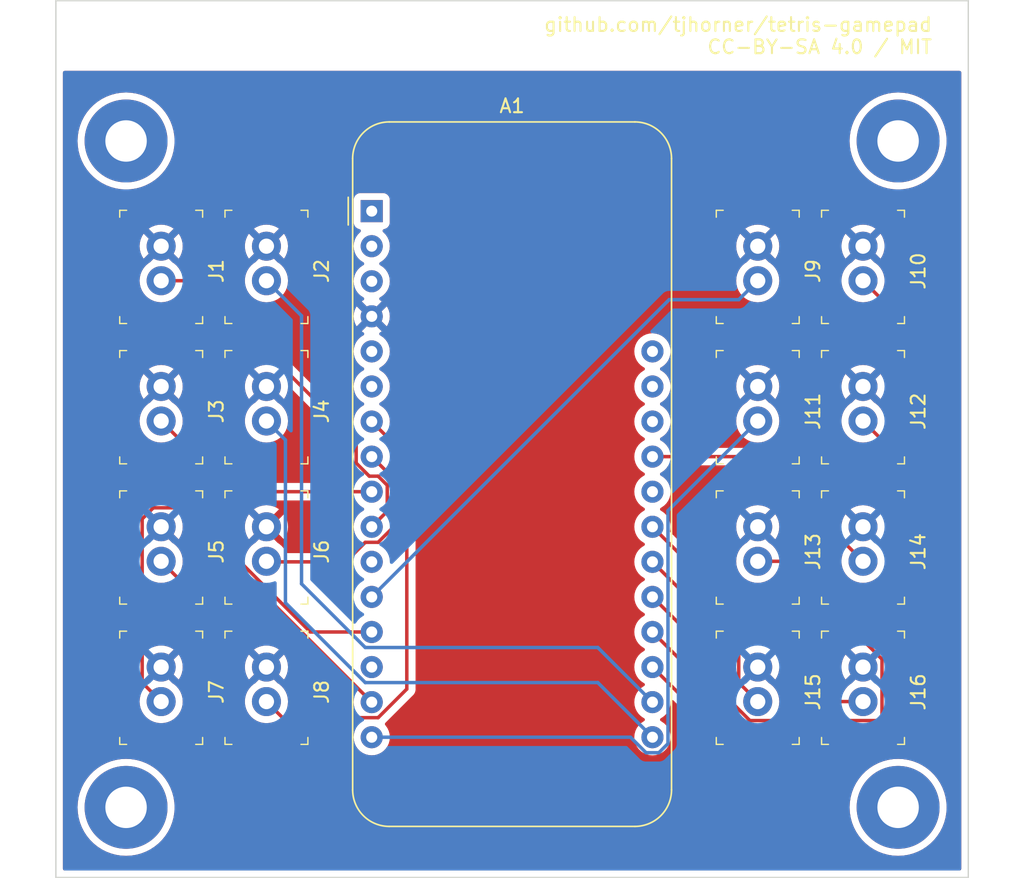
<source format=kicad_pcb>
(kicad_pcb (version 20211014) (generator pcbnew)
  (layers (0 "F.Cu" signal) (31 "B.Cu" signal) (34 "B.Paste" user) (35 "F.Paste" user) (36 "B.SilkS" user "B.Silkscreen") (37 "F.SilkS" user "F.Silkscreen") (38 "B.Mask" user) (39 "F.Mask" user) (44 "Edge.Cuts" user))
  (net 0 "")
  (net 4 "GND")
  (net 7 "Net-(A1-Pad7)")
  (net 8 "Net-(A1-Pad8)")
  (net 9 "Net-(A1-Pad9)")
  (net 10 "Net-(A1-Pad10)")
  (net 12 "Net-(A1-Pad12)")
  (net 13 "Net-(A1-Pad13)")
  (net 15 "Net-(A1-Pad15)")
  (net 16 "Net-(A1-Pad16)")
  (net 17 "Net-(A1-Pad17)")
  (net 18 "Net-(A1-Pad18)")
  (net 19 "Net-(A1-Pad19)")
  (net 20 "Net-(A1-Pad20)")
  (net 21 "Net-(A1-Pad21)")
  (net 22 "Net-(A1-Pad22)")
  (net 23 "Net-(A1-Pad23)")
  (net 25 "Net-(A1-Pad25)")
  (footprint "digikey-footprints:PinHeader_1x2_P2.5mm_Drill1.1mm" (layer "F.Cu") (at 109.22 71.12 -90)
    (fp_text reference "J13" (at 1.8 -4 90) (layer "F.SilkS"))
    (fp_text value "B2B-XH-A")
    (fp_line (start -2.6 3) (end -2.6 2.5) (layer "F.SilkS") (width 0.1))
    (fp_line (start 5.6 -3) (end 5.6 -2.5) (layer "F.SilkS") (width 0.1))
    (fp_line (start 5.6 -3) (end 5.1 -3) (layer "F.SilkS") (width 0.1))
    (fp_line (start 5.6 3) (end 5.1 3) (layer "F.SilkS") (width 0.1))
    (fp_line (start -2.6 3) (end -2.1 3) (layer "F.SilkS") (width 0.1))
    (fp_line (start 5.6 3) (end 5.6 2.5) (layer "F.SilkS") (width 0.1))
    (fp_line (start -2.6 -3) (end -2.6 -2.5) (layer "F.SilkS") (width 0.1))
    (fp_line (start -2.6 -3) (end -2.1 -3) (layer "F.SilkS") (width 0.1))
    (pad "1" thru_hole circle locked (at 0 0 270) (size 2.1 2.1) (drill 1.1) (layers *.Cu *.Mask) (net 4 "GND"))
    (pad "2" thru_hole circle locked (at 2.5 0 270) (size 2.1 2.1) (drill 1.1) (layers *.Cu *.Mask) (net 21 "Net-(A1-Pad21)"))
  )
  (footprint "Module:Adafruit_Feather" (layer "F.Cu") (at 81.28 48.26)
    (fp_text reference "A1" (at 10.16 -7.62) (layer "F.SilkS"))
    (fp_text value "Feather HUZZAH ESP32")
    (fp_line (start 21.7 -3.81) (end 21.7 41.91) (layer "F.SilkS") (width 0.12))
    (fp_line (start 19.05 -6.46) (end 1.27 -6.46) (layer "F.SilkS") (width 0.12))
    (fp_line (start -1.38 -3.81) (end -1.38 41.91) (layer "F.SilkS") (width 0.12))
    (fp_line (start -1.7 1) (end -1.7 -1) (layer "F.SilkS") (width 0.12))
    (fp_line (start 19.05 44.56) (end 1.27 44.56) (layer "F.SilkS") (width 0.12))
    (fp_arc (start 21.7 41.91) (mid 20.923833 43.783833) (end 19.05 44.56) (layer "F.SilkS") (width 0.12))
    (fp_arc (start 19.05 -6.46) (mid 20.923833 -5.683833) (end 21.7 -3.81) (layer "F.SilkS") (width 0.12))
    (fp_arc (start -1.38 -3.81) (mid -0.603833 -5.683833) (end 1.27 -6.46) (layer "F.SilkS") (width 0.12))
    (fp_arc (start 1.27 44.56) (mid -0.603833 43.783833) (end -1.38 41.91) (layer "F.SilkS") (width 0.12))
    (pad "1" thru_hole rect (at 0 0 180) (size 1.6 1.6) (drill 0.8) (layers *.Cu *.Mask))
    (pad "2" thru_hole circle (at 0 2.54 180) (size 1.6 1.6) (drill 0.8) (layers *.Cu *.Mask))
    (pad "3" thru_hole circle (at 0 5.08 180) (size 1.6 1.6) (drill 0.8) (layers *.Cu *.Mask))
    (pad "4" thru_hole circle (at 0 7.62 180) (size 1.6 1.6) (drill 0.8) (layers *.Cu *.Mask) (net 4 "GND"))
    (pad "5" thru_hole circle (at 0 10.16 180) (size 1.6 1.6) (drill 0.8) (layers *.Cu *.Mask))
    (pad "6" thru_hole circle (at 0 12.7 180) (size 1.6 1.6) (drill 0.8) (layers *.Cu *.Mask))
    (pad "7" thru_hole circle (at 0 15.24 180) (size 1.6 1.6) (drill 0.8) (layers *.Cu *.Mask) (net 7 "Net-(A1-Pad7)"))
    (pad "8" thru_hole circle (at 0 17.78 180) (size 1.6 1.6) (drill 0.8) (layers *.Cu *.Mask) (net 8 "Net-(A1-Pad8)"))
    (pad "9" thru_hole circle (at 0 20.32 180) (size 1.6 1.6) (drill 0.8) (layers *.Cu *.Mask) (net 9 "Net-(A1-Pad9)"))
    (pad "10" thru_hole circle (at 0 22.86 180) (size 1.6 1.6) (drill 0.8) (layers *.Cu *.Mask) (net 10 "Net-(A1-Pad10)"))
    (pad "11" thru_hole circle (at 0 25.4 180) (size 1.6 1.6) (drill 0.8) (layers *.Cu *.Mask))
    (pad "12" thru_hole circle (at 0 27.94 180) (size 1.6 1.6) (drill 0.8) (layers *.Cu *.Mask) (net 12 "Net-(A1-Pad12)"))
    (pad "13" thru_hole circle (at 0 30.48 180) (size 1.6 1.6) (drill 0.8) (layers *.Cu *.Mask) (net 13 "Net-(A1-Pad13)"))
    (pad "14" thru_hole circle (at 0 33.02 180) (size 1.6 1.6) (drill 0.8) (layers *.Cu *.Mask))
    (pad "15" thru_hole circle (at 0 35.56 180) (size 1.6 1.6) (drill 0.8) (layers *.Cu *.Mask) (net 15 "Net-(A1-Pad15)"))
    (pad "16" thru_hole circle (at 0 38.1 180) (size 1.6 1.6) (drill 0.8) (layers *.Cu *.Mask) (net 16 "Net-(A1-Pad16)"))
    (pad "17" thru_hole circle (at 20.32 38.1 180) (size 1.6 1.6) (drill 0.8) (layers *.Cu *.Mask) (net 17 "Net-(A1-Pad17)"))
    (pad "18" thru_hole circle (at 20.32 35.56 180) (size 1.6 1.6) (drill 0.8) (layers *.Cu *.Mask) (net 18 "Net-(A1-Pad18)"))
    (pad "19" thru_hole circle (at 20.32 33.02 180) (size 1.6 1.6) (drill 0.8) (layers *.Cu *.Mask) (net 19 "Net-(A1-Pad19)"))
    (pad "20" thru_hole circle (at 20.32 30.48 180) (size 1.6 1.6) (drill 0.8) (layers *.Cu *.Mask) (net 20 "Net-(A1-Pad20)"))
    (pad "21" thru_hole circle (at 20.32 27.94 180) (size 1.6 1.6) (drill 0.8) (layers *.Cu *.Mask) (net 21 "Net-(A1-Pad21)"))
    (pad "22" thru_hole circle (at 20.32 25.4 180) (size 1.6 1.6) (drill 0.8) (layers *.Cu *.Mask) (net 22 "Net-(A1-Pad22)"))
    (pad "23" thru_hole circle (at 20.32 22.86 180) (size 1.6 1.6) (drill 0.8) (layers *.Cu *.Mask) (net 23 "Net-(A1-Pad23)"))
    (pad "24" thru_hole circle (at 20.32 20.32 180) (size 1.6 1.6) (drill 0.8) (layers *.Cu *.Mask))
    (pad "25" thru_hole circle (at 20.32 17.78 180) (size 1.6 1.6) (drill 0.8) (layers *.Cu *.Mask) (net 25 "Net-(A1-Pad25)"))
    (pad "26" thru_hole circle (at 20.32 15.24 180) (size 1.6 1.6) (drill 0.8) (layers *.Cu *.Mask))
    (pad "27" thru_hole circle (at 20.32 12.7 180) (size 1.6 1.6) (drill 0.8) (layers *.Cu *.Mask))
    (pad "28" thru_hole circle (at 20.32 10.16 180) (size 1.6 1.6) (drill 0.8) (layers *.Cu *.Mask))
  )
  (footprint "digikey-footprints:PinHeader_1x2_P2.5mm_Drill1.1mm" (layer "F.Cu") (at 73.66 60.96 -90)
    (fp_text reference "J4" (at 1.8 -4 90) (layer "F.SilkS"))
    (fp_text value "B2B-XH-A")
    (fp_line (start 5.6 -3) (end 5.6 -2.5) (layer "F.SilkS") (width 0.1))
    (fp_line (start -2.6 3) (end -2.1 3) (layer "F.SilkS") (width 0.1))
    (fp_line (start -2.6 3) (end -2.6 2.5) (layer "F.SilkS") (width 0.1))
    (fp_line (start -2.6 -3) (end -2.1 -3) (layer "F.SilkS") (width 0.1))
    (fp_line (start 5.6 3) (end 5.6 2.5) (layer "F.SilkS") (width 0.1))
    (fp_line (start -2.6 -3) (end -2.6 -2.5) (layer "F.SilkS") (width 0.1))
    (fp_line (start 5.6 -3) (end 5.1 -3) (layer "F.SilkS") (width 0.1))
    (fp_line (start 5.6 3) (end 5.1 3) (layer "F.SilkS") (width 0.1))
    (pad "1" thru_hole circle locked (at 0 0 270) (size 2.1 2.1) (drill 1.1) (layers *.Cu *.Mask) (net 4 "GND"))
    (pad "2" thru_hole circle locked (at 2.5 0 270) (size 2.1 2.1) (drill 1.1) (layers *.Cu *.Mask) (net 17 "Net-(A1-Pad17)"))
  )
  (footprint "MountingHole:MountingHole_3mm_Pad" (layer "F.Cu") (at 63.5 91.44)
    (fp_text reference "REF**" hide)
    (fp_text value "MountingHole_3mm_Pad")
    (pad "1" thru_hole circle (at 0 0) (size 6 6) (drill 3) (layers *.Cu *.Mask))
  )
  (footprint "digikey-footprints:PinHeader_1x2_P2.5mm_Drill1.1mm" (layer "F.Cu") (at 116.84 60.96 -90)
    (fp_text reference "J12" (at 1.8 -4 90) (layer "F.SilkS"))
    (fp_text value "B2B-XH-A")
    (fp_line (start -2.6 3) (end -2.6 2.5) (layer "F.SilkS") (width 0.1))
    (fp_line (start 5.6 3) (end 5.6 2.5) (layer "F.SilkS") (width 0.1))
    (fp_line (start 5.6 -3) (end 5.6 -2.5) (layer "F.SilkS") (width 0.1))
    (fp_line (start -2.6 3) (end -2.1 3) (layer "F.SilkS") (width 0.1))
    (fp_line (start 5.6 3) (end 5.1 3) (layer "F.SilkS") (width 0.1))
    (fp_line (start -2.6 -3) (end -2.1 -3) (layer "F.SilkS") (width 0.1))
    (fp_line (start -2.6 -3) (end -2.6 -2.5) (layer "F.SilkS") (width 0.1))
    (fp_line (start 5.6 -3) (end 5.1 -3) (layer "F.SilkS") (width 0.1))
    (pad "1" thru_hole circle locked (at 0 0 270) (size 2.1 2.1) (drill 1.1) (layers *.Cu *.Mask) (net 4 "GND"))
    (pad "2" thru_hole circle locked (at 2.5 0 270) (size 2.1 2.1) (drill 1.1) (layers *.Cu *.Mask) (net 20 "Net-(A1-Pad20)"))
  )
  (footprint "MountingHole:MountingHole_3mm_Pad" (layer "F.Cu") (at 63.5 43.18)
    (fp_text reference "REF**" hide)
    (fp_text value "MountingHole_3mm_Pad")
    (pad "1" thru_hole circle (at 0 0) (size 6 6) (drill 3) (layers *.Cu *.Mask))
  )
  (footprint "digikey-footprints:PinHeader_1x2_P2.5mm_Drill1.1mm" (layer "F.Cu") (at 109.22 60.96 -90)
    (fp_text reference "J11" (at 1.8 -4 90) (layer "F.SilkS"))
    (fp_text value "B2B-XH-A")
    (fp_line (start -2.6 3) (end -2.6 2.5) (layer "F.SilkS") (width 0.1))
    (fp_line (start -2.6 3) (end -2.1 3) (layer "F.SilkS") (width 0.1))
    (fp_line (start 5.6 3) (end 5.1 3) (layer "F.SilkS") (width 0.1))
    (fp_line (start -2.6 -3) (end -2.1 -3) (layer "F.SilkS") (width 0.1))
    (fp_line (start 5.6 3) (end 5.6 2.5) (layer "F.SilkS") (width 0.1))
    (fp_line (start -2.6 -3) (end -2.6 -2.5) (layer "F.SilkS") (width 0.1))
    (fp_line (start 5.6 -3) (end 5.6 -2.5) (layer "F.SilkS") (width 0.1))
    (fp_line (start 5.6 -3) (end 5.1 -3) (layer "F.SilkS") (width 0.1))
    (pad "1" thru_hole circle locked (at 0 0 270) (size 2.1 2.1) (drill 1.1) (layers *.Cu *.Mask) (net 4 "GND"))
    (pad "2" thru_hole circle locked (at 2.5 0 270) (size 2.1 2.1) (drill 1.1) (layers *.Cu *.Mask) (net 16 "Net-(A1-Pad16)"))
  )
  (footprint "digikey-footprints:PinHeader_1x2_P2.5mm_Drill1.1mm" (layer "F.Cu") (at 116.84 71.12 -90)
    (fp_text reference "J14" (at 1.8 -4 90) (layer "F.SilkS"))
    (fp_text value "B2B-XH-A")
    (fp_line (start -2.6 -3) (end -2.1 -3) (layer "F.SilkS") (width 0.1))
    (fp_line (start 5.6 -3) (end 5.6 -2.5) (layer "F.SilkS") (width 0.1))
    (fp_line (start 5.6 -3) (end 5.1 -3) (layer "F.SilkS") (width 0.1))
    (fp_line (start -2.6 3) (end -2.6 2.5) (layer "F.SilkS") (width 0.1))
    (fp_line (start -2.6 -3) (end -2.6 -2.5) (layer "F.SilkS") (width 0.1))
    (fp_line (start -2.6 3) (end -2.1 3) (layer "F.SilkS") (width 0.1))
    (fp_line (start 5.6 3) (end 5.1 3) (layer "F.SilkS") (width 0.1))
    (fp_line (start 5.6 3) (end 5.6 2.5) (layer "F.SilkS") (width 0.1))
    (pad "1" thru_hole circle locked (at 0 0 270) (size 2.1 2.1) (drill 1.1) (layers *.Cu *.Mask) (net 4 "GND"))
    (pad "2" thru_hole circle locked (at 2.5 0 270) (size 2.1 2.1) (drill 1.1) (layers *.Cu *.Mask) (net 25 "Net-(A1-Pad25)"))
  )
  (footprint "MountingHole:MountingHole_3mm_Pad" (layer "F.Cu") (at 119.38 43.18)
    (fp_text reference "REF**" hide)
    (fp_text value "MountingHole_3mm_Pad")
    (pad "1" thru_hole circle (at 0 0) (size 6 6) (drill 3) (layers *.Cu *.Mask))
  )
  (footprint "digikey-footprints:PinHeader_1x2_P2.5mm_Drill1.1mm" (layer "F.Cu") (at 66.04 81.28 -90)
    (fp_text reference "J7" (at 1.8 -4 90) (layer "F.SilkS"))
    (fp_text value "B2B-XH-A")
    (fp_line (start 5.6 -3) (end 5.6 -2.5) (layer "F.SilkS") (width 0.1))
    (fp_line (start -2.6 -3) (end -2.1 -3) (layer "F.SilkS") (width 0.1))
    (fp_line (start -2.6 -3) (end -2.6 -2.5) (layer "F.SilkS") (width 0.1))
    (fp_line (start -2.6 3) (end -2.6 2.5) (layer "F.SilkS") (width 0.1))
    (fp_line (start 5.6 3) (end 5.1 3) (layer "F.SilkS") (width 0.1))
    (fp_line (start 5.6 -3) (end 5.1 -3) (layer "F.SilkS") (width 0.1))
    (fp_line (start 5.6 3) (end 5.6 2.5) (layer "F.SilkS") (width 0.1))
    (fp_line (start -2.6 3) (end -2.1 3) (layer "F.SilkS") (width 0.1))
    (pad "1" thru_hole circle locked (at 0 0 270) (size 2.1 2.1) (drill 1.1) (layers *.Cu *.Mask) (net 4 "GND"))
    (pad "2" thru_hole circle locked (at 2.5 0 270) (size 2.1 2.1) (drill 1.1) (layers *.Cu *.Mask) (net 13 "Net-(A1-Pad13)"))
  )
  (footprint "digikey-footprints:PinHeader_1x2_P2.5mm_Drill1.1mm" (layer "F.Cu") (at 66.04 71.12 -90)
    (fp_text reference "J5" (at 1.8 -4 90) (layer "F.SilkS"))
    (fp_text value "B2B-XH-A")
    (fp_line (start -2.6 -3) (end -2.6 -2.5) (layer "F.SilkS") (width 0.1))
    (fp_line (start -2.6 3) (end -2.6 2.5) (layer "F.SilkS") (width 0.1))
    (fp_line (start 5.6 -3) (end 5.1 -3) (layer "F.SilkS") (width 0.1))
    (fp_line (start 5.6 -3) (end 5.6 -2.5) (layer "F.SilkS") (width 0.1))
    (fp_line (start 5.6 3) (end 5.1 3) (layer "F.SilkS") (width 0.1))
    (fp_line (start -2.6 3) (end -2.1 3) (layer "F.SilkS") (width 0.1))
    (fp_line (start -2.6 -3) (end -2.1 -3) (layer "F.SilkS") (width 0.1))
    (fp_line (start 5.6 3) (end 5.6 2.5) (layer "F.SilkS") (width 0.1))
    (pad "1" thru_hole circle locked (at 0 0 270) (size 2.1 2.1) (drill 1.1) (layers *.Cu *.Mask) (net 4 "GND"))
    (pad "2" thru_hole circle locked (at 2.5 0 270) (size 2.1 2.1) (drill 1.1) (layers *.Cu *.Mask) (net 15 "Net-(A1-Pad15)"))
  )
  (footprint "digikey-footprints:PinHeader_1x2_P2.5mm_Drill1.1mm" (layer "F.Cu") (at 116.84 50.8 -90)
    (fp_text reference "J10" (at 1.8 -4 90) (layer "F.SilkS"))
    (fp_text value "B2B-XH-A")
    (fp_line (start 5.6 3) (end 5.1 3) (layer "F.SilkS") (width 0.1))
    (fp_line (start -2.6 3) (end -2.6 2.5) (layer "F.SilkS") (width 0.1))
    (fp_line (start -2.6 -3) (end -2.6 -2.5) (layer "F.SilkS") (width 0.1))
    (fp_line (start -2.6 3) (end -2.1 3) (layer "F.SilkS") (width 0.1))
    (fp_line (start -2.6 -3) (end -2.1 -3) (layer "F.SilkS") (width 0.1))
    (fp_line (start 5.6 -3) (end 5.6 -2.5) (layer "F.SilkS") (width 0.1))
    (fp_line (start 5.6 3) (end 5.6 2.5) (layer "F.SilkS") (width 0.1))
    (fp_line (start 5.6 -3) (end 5.1 -3) (layer "F.SilkS") (width 0.1))
    (pad "1" thru_hole circle locked (at 0 0 270) (size 2.1 2.1) (drill 1.1) (layers *.Cu *.Mask) (net 4 "GND"))
    (pad "2" thru_hole circle locked (at 2.5 0 270) (size 2.1 2.1) (drill 1.1) (layers *.Cu *.Mask) (net 19 "Net-(A1-Pad19)"))
  )
  (footprint "digikey-footprints:PinHeader_1x2_P2.5mm_Drill1.1mm" (layer "F.Cu") (at 73.66 50.8 -90)
    (fp_text reference "J2" (at 1.8 -4 90) (layer "F.SilkS"))
    (fp_text value "B2B-XH-A")
    (fp_line (start -2.6 -3) (end -2.1 -3) (layer "F.SilkS") (width 0.1))
    (fp_line (start -2.6 3) (end -2.6 2.5) (layer "F.SilkS") (width 0.1))
    (fp_line (start 5.6 3) (end 5.6 2.5) (layer "F.SilkS") (width 0.1))
    (fp_line (start 5.6 -3) (end 5.1 -3) (layer "F.SilkS") (width 0.1))
    (fp_line (start -2.6 -3) (end -2.6 -2.5) (layer "F.SilkS") (width 0.1))
    (fp_line (start 5.6 3) (end 5.1 3) (layer "F.SilkS") (width 0.1))
    (fp_line (start -2.6 3) (end -2.1 3) (layer "F.SilkS") (width 0.1))
    (fp_line (start 5.6 -3) (end 5.6 -2.5) (layer "F.SilkS") (width 0.1))
    (pad "1" thru_hole circle locked (at 0 0 270) (size 2.1 2.1) (drill 1.1) (layers *.Cu *.Mask) (net 4 "GND"))
    (pad "2" thru_hole circle locked (at 2.5 0 270) (size 2.1 2.1) (drill 1.1) (layers *.Cu *.Mask) (net 18 "Net-(A1-Pad18)"))
  )
  (footprint "digikey-footprints:PinHeader_1x2_P2.5mm_Drill1.1mm" (layer "F.Cu") (at 66.04 60.96 -90)
    (fp_text reference "J3" (at 1.8 -4 90) (layer "F.SilkS"))
    (fp_text value "B2B-XH-A")
    (fp_line (start 5.6 -3) (end 5.1 -3) (layer "F.SilkS") (width 0.1))
    (fp_line (start -2.6 -3) (end -2.1 -3) (layer "F.SilkS") (width 0.1))
    (fp_line (start 5.6 -3) (end 5.6 -2.5) (layer "F.SilkS") (width 0.1))
    (fp_line (start -2.6 3) (end -2.1 3) (layer "F.SilkS") (width 0.1))
    (fp_line (start -2.6 -3) (end -2.6 -2.5) (layer "F.SilkS") (width 0.1))
    (fp_line (start 5.6 3) (end 5.1 3) (layer "F.SilkS") (width 0.1))
    (fp_line (start -2.6 3) (end -2.6 2.5) (layer "F.SilkS") (width 0.1))
    (fp_line (start 5.6 3) (end 5.6 2.5) (layer "F.SilkS") (width 0.1))
    (pad "1" thru_hole circle locked (at 0 0 270) (size 2.1 2.1) (drill 1.1) (layers *.Cu *.Mask) (net 4 "GND"))
    (pad "2" thru_hole circle locked (at 2.5 0 270) (size 2.1 2.1) (drill 1.1) (layers *.Cu *.Mask) (net 9 "Net-(A1-Pad9)"))
  )
  (footprint "digikey-footprints:PinHeader_1x2_P2.5mm_Drill1.1mm" (layer "F.Cu") (at 116.84 81.28 -90)
    (fp_text reference "J16" (at 1.8 -4 90) (layer "F.SilkS"))
    (fp_text value "B2B-XH-A")
    (fp_line (start 5.6 -3) (end 5.6 -2.5) (layer "F.SilkS") (width 0.1))
    (fp_line (start -2.6 3) (end -2.6 2.5) (layer "F.SilkS") (width 0.1))
    (fp_line (start -2.6 -3) (end -2.6 -2.5) (layer "F.SilkS") (width 0.1))
    (fp_line (start -2.6 -3) (end -2.1 -3) (layer "F.SilkS") (width 0.1))
    (fp_line (start 5.6 -3) (end 5.1 -3) (layer "F.SilkS") (width 0.1))
    (fp_line (start 5.6 3) (end 5.1 3) (layer "F.SilkS") (width 0.1))
    (fp_line (start 5.6 3) (end 5.6 2.5) (layer "F.SilkS") (width 0.1))
    (fp_line (start -2.6 3) (end -2.1 3) (layer "F.SilkS") (width 0.1))
    (pad "1" thru_hole circle locked (at 0 0 270) (size 2.1 2.1) (drill 1.1) (layers *.Cu *.Mask) (net 4 "GND"))
    (pad "2" thru_hole circle locked (at 2.5 0 270) (size 2.1 2.1) (drill 1.1) (layers *.Cu *.Mask) (net 23 "Net-(A1-Pad23)"))
  )
  (footprint "digikey-footprints:PinHeader_1x2_P2.5mm_Drill1.1mm" (layer "F.Cu") (at 66.04 50.8 -90)
    (fp_text reference "J1" (at 1.8 -4 90) (layer "F.SilkS"))
    (fp_text value "B2B-XH-A")
    (fp_line (start -2.6 3) (end -2.1 3) (layer "F.SilkS") (width 0.1))
    (fp_line (start -2.6 -3) (end -2.6 -2.5) (layer "F.SilkS") (width 0.1))
    (fp_line (start 5.6 -3) (end 5.1 -3) (layer "F.SilkS") (width 0.1))
    (fp_line (start 5.6 3) (end 5.6 2.5) (layer "F.SilkS") (width 0.1))
    (fp_line (start -2.6 -3) (end -2.1 -3) (layer "F.SilkS") (width 0.1))
    (fp_line (start -2.6 3) (end -2.6 2.5) (layer "F.SilkS") (width 0.1))
    (fp_line (start 5.6 3) (end 5.1 3) (layer "F.SilkS") (width 0.1))
    (fp_line (start 5.6 -3) (end 5.6 -2.5) (layer "F.SilkS") (width 0.1))
    (pad "1" thru_hole circle locked (at 0 0 270) (size 2.1 2.1) (drill 1.1) (layers *.Cu *.Mask) (net 4 "GND"))
    (pad "2" thru_hole circle locked (at 2.5 0 270) (size 2.1 2.1) (drill 1.1) (layers *.Cu *.Mask) (net 10 "Net-(A1-Pad10)"))
  )
  (footprint "digikey-footprints:PinHeader_1x2_P2.5mm_Drill1.1mm" (layer "F.Cu") (at 109.22 81.28 -90)
    (fp_text reference "J15" (at 1.8 -4 90) (layer "F.SilkS"))
    (fp_text value "B2B-XH-A")
    (fp_line (start -2.6 3) (end -2.1 3) (layer "F.SilkS") (width 0.1))
    (fp_line (start -2.6 3) (end -2.6 2.5) (layer "F.SilkS") (width 0.1))
    (fp_line (start -2.6 -3) (end -2.6 -2.5) (layer "F.SilkS") (width 0.1))
    (fp_line (start 5.6 -3) (end 5.6 -2.5) (layer "F.SilkS") (width 0.1))
    (fp_line (start -2.6 -3) (end -2.1 -3) (layer "F.SilkS") (width 0.1))
    (fp_line (start 5.6 3) (end 5.1 3) (layer "F.SilkS") (width 0.1))
    (fp_line (start 5.6 -3) (end 5.1 -3) (layer "F.SilkS") (width 0.1))
    (fp_line (start 5.6 3) (end 5.6 2.5) (layer "F.SilkS") (width 0.1))
    (pad "1" thru_hole circle locked (at 0 0 270) (size 2.1 2.1) (drill 1.1) (layers *.Cu *.Mask) (net 4 "GND"))
    (pad "2" thru_hole circle locked (at 2.5 0 270) (size 2.1 2.1) (drill 1.1) (layers *.Cu *.Mask) (net 22 "Net-(A1-Pad22)"))
  )
  (footprint "digikey-footprints:PinHeader_1x2_P2.5mm_Drill1.1mm" (layer "F.Cu") (at 109.22 50.8 -90)
    (fp_text reference "J9" (at 1.8 -4 90) (layer "F.SilkS"))
    (fp_text value "B2B-XH-A")
    (fp_line (start -2.6 3) (end -2.1 3) (layer "F.SilkS") (width 0.1))
    (fp_line (start -2.6 3) (end -2.6 2.5) (layer "F.SilkS") (width 0.1))
    (fp_line (start 5.6 -3) (end 5.1 -3) (layer "F.SilkS") (width 0.1))
    (fp_line (start 5.6 -3) (end 5.6 -2.5) (layer "F.SilkS") (width 0.1))
    (fp_line (start -2.6 -3) (end -2.6 -2.5) (layer "F.SilkS") (width 0.1))
    (fp_line (start 5.6 3) (end 5.6 2.5) (layer "F.SilkS") (width 0.1))
    (fp_line (start 5.6 3) (end 5.1 3) (layer "F.SilkS") (width 0.1))
    (fp_line (start -2.6 -3) (end -2.1 -3) (layer "F.SilkS") (width 0.1))
    (pad "1" thru_hole circle locked (at 0 0 270) (size 2.1 2.1) (drill 1.1) (layers *.Cu *.Mask) (net 4 "GND"))
    (pad "2" thru_hole circle locked (at 2.5 0 270) (size 2.1 2.1) (drill 1.1) (layers *.Cu *.Mask) (net 12 "Net-(A1-Pad12)"))
  )
  (footprint "digikey-footprints:PinHeader_1x2_P2.5mm_Drill1.1mm" (layer "F.Cu") (at 73.66 81.28 -90)
    (fp_text reference "J8" (at 1.8 -4 90) (layer "F.SilkS"))
    (fp_text value "B2B-XH-A")
    (fp_line (start -2.6 -3) (end -2.1 -3) (layer "F.SilkS") (width 0.1))
    (fp_line (start 5.6 3) (end 5.1 3) (layer "F.SilkS") (width 0.1))
    (fp_line (start 5.6 3) (end 5.6 2.5) (layer "F.SilkS") (width 0.1))
    (fp_line (start -2.6 3) (end -2.1 3) (layer "F.SilkS") (width 0.1))
    (fp_line (start -2.6 3) (end -2.6 2.5) (layer "F.SilkS") (width 0.1))
    (fp_line (start 5.6 -3) (end 5.1 -3) (layer "F.SilkS") (width 0.1))
    (fp_line (start -2.6 -3) (end -2.6 -2.5) (layer "F.SilkS") (width 0.1))
    (fp_line (start 5.6 -3) (end 5.6 -2.5) (layer "F.SilkS") (width 0.1))
    (pad "1" thru_hole circle locked (at 0 0 270) (size 2.1 2.1) (drill 1.1) (layers *.Cu *.Mask) (net 4 "GND"))
    (pad "2" thru_hole circle locked (at 2.5 0 270) (size 2.1 2.1) (drill 1.1) (layers *.Cu *.Mask) (net 7 "Net-(A1-Pad7)"))
  )
  (footprint "MountingHole:MountingHole_3mm_Pad" (layer "F.Cu") (at 119.38 91.44)
    (fp_text reference "REF**" hide)
    (fp_text value "MountingHole_3mm_Pad")
    (pad "1" thru_hole circle (at 0 0) (size 6 6) (drill 3) (layers *.Cu *.Mask))
  )
  (footprint "digikey-footprints:PinHeader_1x2_P2.5mm_Drill1.1mm" (layer "F.Cu") (at 73.66 71.12 -90)
    (fp_text reference "J6" (at 1.8 -4 90) (layer "F.SilkS"))
    (fp_text value "B2B-XH-A")
    (fp_line (start 5.6 -3) (end 5.6 -2.5) (layer "F.SilkS") (width 0.1))
    (fp_line (start 5.6 3) (end 5.1 3) (layer "F.SilkS") (width 0.1))
    (fp_line (start -2.6 -3) (end -2.1 -3) (layer "F.SilkS") (width 0.1))
    (fp_line (start -2.6 -3) (end -2.6 -2.5) (layer "F.SilkS") (width 0.1))
    (fp_line (start -2.6 3) (end -2.6 2.5) (layer "F.SilkS") (width 0.1))
    (fp_line (start 5.6 3) (end 5.6 2.5) (layer "F.SilkS") (width 0.1))
    (fp_line (start -2.6 3) (end -2.1 3) (layer "F.SilkS") (width 0.1))
    (fp_line (start 5.6 -3) (end 5.1 -3) (layer "F.SilkS") (width 0.1))
    (pad "1" thru_hole circle locked (at 0 0 270) (size 2.1 2.1) (drill 1.1) (layers *.Cu *.Mask) (net 4 "GND"))
    (pad "2" thru_hole circle locked (at 2.5 0 270) (size 2.1 2.1) (drill 1.1) (layers *.Cu *.Mask) (net 8 "Net-(A1-Pad8)"))
  )
  (gr_line (start 58.42 96.52) (end 124.46 96.52) (layer "Edge.Cuts") (width 0.1))
  (gr_line (start 124.46 33.02) (end 58.42 33.02) (layer "Edge.Cuts") (width 0.1))
  (gr_line (start 58.42 33.02) (end 58.42 96.52) (layer "Edge.Cuts") (width 0.1))
  (gr_line (start 124.46 96.52) (end 124.46 33.02) (layer "Edge.Cuts") (width 0.1))
  (gr_text "github.com/tjhorner/tetris-gamepad\nCC-BY-SA 4.0 / MIT" (at 121.92 35.56) (layer "F.SilkS") (effects (font (size 1 1)) (justify right)))
  (segment (start 83.82 66.04) (end 81.28 63.5) (width 0.25) (layer "F.Cu") (net 7))
  (segment (start 74.824511 84.944511) (end 81.745789 84.944511) (width 0.25) (layer "F.Cu") (net 7))
  (segment (start 81.745789 84.944511) (end 83.82 82.8703) (width 0.25) (layer "F.Cu") (net 7))
  (segment (start 83.82 82.8703) (end 83.82 66.04) (width 0.25) (layer "F.Cu") (net 7))
  (segment (start 73.66 83.78) (end 74.824511 84.944511) (width 0.25) (layer "F.Cu") (net 7))
  (segment (start 80.814211 72.244511) (end 81.745789 72.244511) (width 0.25) (layer "F.Cu") (net 8))
  (segment (start 82.854031 71.136269) (end 82.854031 67.614031) (width 0.25) (layer "F.Cu") (net 8))
  (segment (start 82.854031 67.614031) (end 81.28 66.04) (width 0.25) (layer "F.Cu") (net 8))
  (segment (start 73.66 73.62) (end 73.7 73.66) (width 0.25) (layer "F.Cu") (net 8))
  (segment (start 81.745789 72.244511) (end 82.854031 71.136269) (width 0.25) (layer "F.Cu") (net 8))
  (segment (start 79.398722 73.66) (end 80.814211 72.244511) (width 0.25) (layer "F.Cu") (net 8))
  (segment (start 73.7 73.66) (end 79.398722 73.66) (width 0.25) (layer "F.Cu") (net 8))
  (segment (start 71.16 68.58) (end 81.28 68.58) (width 0.25) (layer "F.Cu") (net 9))
  (segment (start 66.04 63.46) (end 71.16 68.58) (width 0.25) (layer "F.Cu") (net 9))
  (segment (start 82.404511 68.114211) (end 82.404511 69.995489) (width 0.25) (layer "F.Cu") (net 10))
  (segment (start 81.105189 67.455489) (end 81.745789 67.455489) (width 0.25) (layer "F.Cu") (net 10))
  (segment (start 68.54 53.3) (end 80.155489 64.915489) (width 0.25) (layer "F.Cu") (net 10))
  (segment (start 80.155489 66.505789) (end 81.105189 67.455489) (width 0.25) (layer "F.Cu") (net 10))
  (segment (start 80.155489 64.915489) (end 80.155489 66.505789) (width 0.25) (layer "F.Cu") (net 10))
  (segment (start 82.404511 69.995489) (end 81.28 71.12) (width 0.25) (layer "F.Cu") (net 10))
  (segment (start 81.745789 67.455489) (end 82.404511 68.114211) (width 0.25) (layer "F.Cu") (net 10))
  (segment (start 66.04 53.3) (end 68.54 53.3) (width 0.25) (layer "F.Cu") (net 10))
  (segment (start 107.845489 54.674511) (end 102.805489 54.674511) (width 0.25) (layer "B.Cu") (net 12))
  (segment (start 109.22 53.3) (end 107.845489 54.674511) (width 0.25) (layer "B.Cu") (net 12))
  (segment (start 102.805489 54.674511) (end 81.28 76.2) (width 0.25) (layer "B.Cu") (net 12))
  (segment (start 67.841636 69.745489) (end 76.836147 78.74) (width 0.25) (layer "F.Cu") (net 13))
  (segment (start 64.665489 70.550658) (end 65.470658 69.745489) (width 0.25) (layer "F.Cu") (net 13))
  (segment (start 66.04 83.78) (end 64.665489 82.405489) (width 0.25) (layer "F.Cu") (net 13))
  (segment (start 65.470658 69.745489) (end 67.841636 69.745489) (width 0.25) (layer "F.Cu") (net 13))
  (segment (start 76.836147 78.74) (end 81.28 78.74) (width 0.25) (layer "F.Cu") (net 13))
  (segment (start 64.665489 82.405489) (end 64.665489 70.550658) (width 0.25) (layer "F.Cu") (net 13))
  (segment (start 66.04 73.62) (end 67.414511 74.994511) (width 0.25) (layer "F.Cu") (net 15))
  (segment (start 72.454511 74.994511) (end 81.28 83.82) (width 0.25) (layer "F.Cu") (net 15))
  (segment (start 67.414511 74.994511) (end 72.454511 74.994511) (width 0.25) (layer "F.Cu") (net 15))
  (segment (start 102.724511 69.955489) (end 109.22 63.46) (width 0.25) (layer "B.Cu") (net 16))
  (segment (start 81.28 86.36) (end 100.0097 86.36) (width 0.25) (layer "B.Cu") (net 16))
  (segment (start 101.134211 87.484511) (end 102.065789 87.484511) (width 0.25) (layer "B.Cu") (net 16))
  (segment (start 100.0097 86.36) (end 101.134211 87.484511) (width 0.25) (layer "B.Cu") (net 16))
  (segment (start 102.724511 86.825789) (end 102.724511 69.955489) (width 0.25) (layer "B.Cu") (net 16))
  (segment (start 102.065789 87.484511) (end 102.724511 86.825789) (width 0.25) (layer "B.Cu") (net 16))
  (segment (start 75.034511 76.624811) (end 80.814211 82.404511) (width 0.25) (layer "B.Cu") (net 17))
  (segment (start 73.66 63.46) (end 75.034511 64.834511) (width 0.25) (layer "B.Cu") (net 17))
  (segment (start 97.644511 82.404511) (end 101.6 86.36) (width 0.25) (layer "B.Cu") (net 17))
  (segment (start 75.034511 64.834511) (end 75.034511 76.624811) (width 0.25) (layer "B.Cu") (net 17))
  (segment (start 80.814211 82.404511) (end 97.644511 82.404511) (width 0.25) (layer "B.Cu") (net 17))
  (segment (start 97.644511 79.864511) (end 101.6 83.82) (width 0.25) (layer "B.Cu") (net 18))
  (segment (start 76.2 55.84) (end 76.2 75.2503) (width 0.25) (layer "B.Cu") (net 18))
  (segment (start 73.66 53.3) (end 76.2 55.84) (width 0.25) (layer "B.Cu") (net 18))
  (segment (start 76.2 75.2503) (end 80.814211 79.864511) (width 0.25) (layer "B.Cu") (net 18))
  (segment (start 80.814211 79.864511) (end 97.644511 79.864511) (width 0.25) (layer "B.Cu") (net 18))
  (segment (start 119.113551 86.626449) (end 118.93048 86.80952) (width 0.25) (layer "F.Cu") (net 19))
  (segment (start 107.12952 86.80952) (end 101.6 81.28) (width 0.25) (layer "F.Cu") (net 19))
  (segment (start 118.93048 86.80952) (end 107.12952 86.80952) (width 0.25) (layer "F.Cu") (net 19))
  (segment (start 116.84 53.3) (end 119.113551 55.573551) (width 0.25) (layer "F.Cu") (net 19))
  (segment (start 119.113551 55.573551) (end 119.113551 86.626449) (width 0.25) (layer "F.Cu") (net 19))
  (segment (start 116.84 63.46) (end 118.664031 65.284031) (width 0.25) (layer "F.Cu") (net 20))
  (segment (start 109.22 86.36) (end 101.6 78.74) (width 0.25) (layer "F.Cu") (net 20))
  (segment (start 118.664031 65.284031) (end 118.664031 85.171687) (width 0.25) (layer "F.Cu") (net 20))
  (segment (start 117.475718 86.36) (end 109.22 86.36) (width 0.25) (layer "F.Cu") (net 20))
  (segment (start 118.664031 85.171687) (end 117.475718 86.36) (width 0.25) (layer "F.Cu") (net 20))
  (segment (start 107.395969 83.899822) (end 107.395969 81.995969) (width 0.25) (layer "F.Cu") (net 21))
  (segment (start 118.214511 80.710658) (end 118.214511 84.985489) (width 0.25) (layer "F.Cu") (net 21))
  (segment (start 109.22 73.62) (end 111.123853 73.62) (width 0.25) (layer "F.Cu") (net 21))
  (segment (start 107.395969 81.995969) (end 101.6 76.2) (width 0.25) (layer "F.Cu") (net 21))
  (segment (start 118.214511 84.985489) (end 118.045489 85.154511) (width 0.25) (layer "F.Cu") (net 21))
  (segment (start 118.045489 85.154511) (end 108.650658 85.154511) (width 0.25) (layer "F.Cu") (net 21))
  (segment (start 108.650658 85.154511) (end 107.395969 83.899822) (width 0.25) (layer "F.Cu") (net 21))
  (segment (start 111.123853 73.62) (end 118.214511 80.710658) (width 0.25) (layer "F.Cu") (net 21))
  (segment (start 107.845489 82.405489) (end 107.845489 79.905489) (width 0.25) (layer "F.Cu") (net 22))
  (segment (start 109.22 83.78) (end 107.845489 82.405489) (width 0.25) (layer "F.Cu") (net 22))
  (segment (start 107.845489 79.905489) (end 101.6 73.66) (width 0.25) (layer "F.Cu") (net 22))
  (segment (start 114.26 83.78) (end 101.6 71.12) (width 0.25) (layer "F.Cu") (net 23))
  (segment (start 116.84 83.78) (end 114.26 83.78) (width 0.25) (layer "F.Cu") (net 23))
  (segment (start 116.84 73.62) (end 109.26 66.04) (width 0.25) (layer "F.Cu") (net 25))
  (segment (start 109.26 66.04) (end 101.6 66.04) (width 0.25) (layer "F.Cu") (net 25))
  (zone (net 4) (net_name "GND") (layer "F.Cu") (connect_pads (clearance 0.508)) (min_thickness 0.254) (fill yes (thermal_gap 0.508) (thermal_bridge_width 0.508))
    (polygon (pts (xy 124.46 96.52) (xy 58.42 96.52) (xy 58.42 38.1) (xy 124.46 38.1)))
  )
  (zone (net 4) (net_name "GND") (layer "B.Cu") (connect_pads (clearance 0.508)) (min_thickness 0.254) (fill yes (thermal_gap 0.508) (thermal_bridge_width 0.508))
    (polygon (pts (xy 124.46 96.52) (xy 58.42 96.52) (xy 58.42 38.1) (xy 124.46 38.1)))
  )
)
</source>
